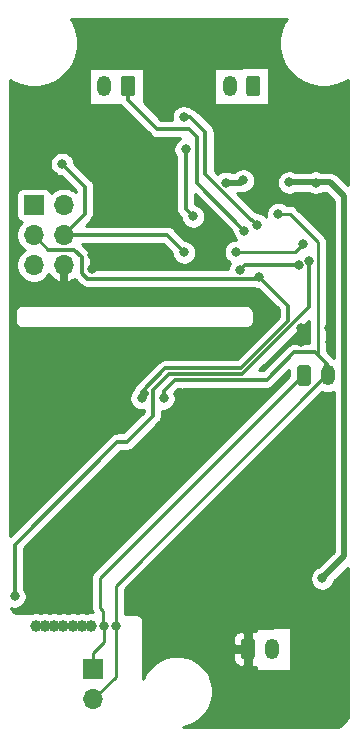
<source format=gbl>
G04 #@! TF.GenerationSoftware,KiCad,Pcbnew,5.1.9+dfsg1-1~bpo10+1*
G04 #@! TF.CreationDate,2022-05-12T13:16:05+00:00*
G04 #@! TF.ProjectId,ModuleV440,4d6f6475-6c65-4563-9434-302e6b696361,rev?*
G04 #@! TF.SameCoordinates,Original*
G04 #@! TF.FileFunction,Copper,L2,Bot*
G04 #@! TF.FilePolarity,Positive*
%FSLAX46Y46*%
G04 Gerber Fmt 4.6, Leading zero omitted, Abs format (unit mm)*
G04 Created by KiCad (PCBNEW 5.1.9+dfsg1-1~bpo10+1) date 2022-05-12 13:16:05*
%MOMM*%
%LPD*%
G01*
G04 APERTURE LIST*
G04 #@! TA.AperFunction,ComponentPad*
%ADD10O,1.200000X1.750000*%
G04 #@! TD*
G04 #@! TA.AperFunction,ComponentPad*
%ADD11O,1.700000X1.700000*%
G04 #@! TD*
G04 #@! TA.AperFunction,ComponentPad*
%ADD12R,1.700000X1.700000*%
G04 #@! TD*
G04 #@! TA.AperFunction,ViaPad*
%ADD13C,1.000000*%
G04 #@! TD*
G04 #@! TA.AperFunction,ViaPad*
%ADD14C,0.800000*%
G04 #@! TD*
G04 #@! TA.AperFunction,Conductor*
%ADD15C,0.500000*%
G04 #@! TD*
G04 #@! TA.AperFunction,Conductor*
%ADD16C,0.300000*%
G04 #@! TD*
G04 #@! TA.AperFunction,Conductor*
%ADD17C,0.250000*%
G04 #@! TD*
G04 #@! TA.AperFunction,Conductor*
%ADD18C,0.254000*%
G04 #@! TD*
G04 #@! TA.AperFunction,Conductor*
%ADD19C,0.100000*%
G04 #@! TD*
G04 APERTURE END LIST*
D10*
X121217600Y-54387600D03*
G04 #@! TA.AperFunction,ComponentPad*
G36*
G01*
X123817600Y-53762599D02*
X123817600Y-55012601D01*
G75*
G02*
X123567601Y-55262600I-249999J0D01*
G01*
X122867599Y-55262600D01*
G75*
G02*
X122617600Y-55012601I0J249999D01*
G01*
X122617600Y-53762599D01*
G75*
G02*
X122867599Y-53512600I249999J0D01*
G01*
X123567601Y-53512600D01*
G75*
G02*
X123817600Y-53762599I0J-249999D01*
G01*
G37*
G04 #@! TD.AperFunction*
X110617600Y-54387600D03*
G04 #@! TA.AperFunction,ComponentPad*
G36*
G01*
X113217600Y-53762599D02*
X113217600Y-55012601D01*
G75*
G02*
X112967601Y-55262600I-249999J0D01*
G01*
X112267599Y-55262600D01*
G75*
G02*
X112017600Y-55012601I0J249999D01*
G01*
X112017600Y-53762599D01*
G75*
G02*
X112267599Y-53512600I249999J0D01*
G01*
X112967601Y-53512600D01*
G75*
G02*
X113217600Y-53762599I0J-249999D01*
G01*
G37*
G04 #@! TD.AperFunction*
D11*
X109667600Y-106302600D03*
D12*
X109667600Y-103762600D03*
D10*
X124767600Y-102037600D03*
G04 #@! TA.AperFunction,ComponentPad*
G36*
G01*
X122167600Y-102662601D02*
X122167600Y-101412599D01*
G75*
G02*
X122417599Y-101162600I249999J0D01*
G01*
X123117601Y-101162600D01*
G75*
G02*
X123367600Y-101412599I0J-249999D01*
G01*
X123367600Y-102662601D01*
G75*
G02*
X123117601Y-102912600I-249999J0D01*
G01*
X122417599Y-102912600D01*
G75*
G02*
X122167600Y-102662601I0J249999D01*
G01*
G37*
G04 #@! TD.AperFunction*
X129517600Y-78887600D03*
G04 #@! TA.AperFunction,ComponentPad*
G36*
G01*
X126917600Y-79512601D02*
X126917600Y-78262599D01*
G75*
G02*
X127167599Y-78012600I249999J0D01*
G01*
X127867601Y-78012600D01*
G75*
G02*
X128117600Y-78262599I0J-249999D01*
G01*
X128117600Y-79512601D01*
G75*
G02*
X127867601Y-79762600I-249999J0D01*
G01*
X127167599Y-79762600D01*
G75*
G02*
X126917600Y-79512601I0J249999D01*
G01*
G37*
G04 #@! TD.AperFunction*
D12*
X104642600Y-64462600D03*
D11*
X107182600Y-64462600D03*
X104642600Y-67002600D03*
X107182600Y-67002600D03*
X104642600Y-69542600D03*
X107182600Y-69542600D03*
D13*
X104810933Y-100087600D03*
X105592044Y-100087600D03*
X106373155Y-100087600D03*
X107154266Y-100087600D03*
X107935377Y-100087600D03*
X108717600Y-100087600D03*
X109517600Y-100087600D03*
D14*
X126417600Y-54187600D03*
X111647600Y-59327600D03*
X112897600Y-59327600D03*
X107192600Y-55612600D03*
X110472600Y-59327600D03*
X113167600Y-49912600D03*
X117467600Y-97692600D03*
X117467600Y-96712600D03*
X123907600Y-73827600D03*
X127287600Y-76017600D03*
X129657600Y-74827600D03*
X128092600Y-89787600D03*
X128077600Y-90797600D03*
X129117600Y-89787600D03*
X108007600Y-93332600D03*
X109107600Y-93332600D03*
X110207600Y-93332600D03*
X111357600Y-93332600D03*
X117467600Y-95732600D03*
X118792600Y-96712600D03*
X118792600Y-97692600D03*
X118792600Y-95732600D03*
X111567600Y-62762600D03*
X112817600Y-62762600D03*
X110392600Y-62762600D03*
X109527600Y-69852600D03*
X109527600Y-68727600D03*
X125592600Y-56987600D03*
X111342600Y-49912600D03*
X109517600Y-49912600D03*
X107187600Y-56527600D03*
X123397600Y-64067600D03*
X105162600Y-62022600D03*
X106337600Y-62022600D03*
X129517600Y-66357600D03*
X128927600Y-61337600D03*
X130377600Y-61337600D03*
X129687600Y-76017600D03*
X127267600Y-74827600D03*
X115947600Y-69647600D03*
X110787600Y-65707600D03*
X109857600Y-65687600D03*
X124977600Y-73817600D03*
X102967600Y-72537600D03*
X117467600Y-94712600D03*
X118792600Y-94712600D03*
X117467600Y-93562600D03*
X118792600Y-93562600D03*
X129067600Y-96062600D03*
X128507600Y-62567600D03*
X126257600Y-62537600D03*
X120917588Y-62577600D03*
X122377600Y-62377600D03*
X122477600Y-66617600D03*
X127117600Y-69557600D03*
X122117600Y-69987590D03*
X123517600Y-66107600D03*
X117337600Y-57027600D03*
X121747600Y-68427600D03*
X127462850Y-67717459D03*
X117487600Y-59742600D03*
X118137600Y-65427600D03*
X117377600Y-68467600D03*
X107047600Y-60997600D03*
X103017600Y-97597600D03*
X127979739Y-69158553D03*
X125342600Y-65197600D03*
X115630100Y-80837586D03*
X111562588Y-100107600D03*
X123737600Y-70537600D03*
X113773366Y-80805866D03*
X110567600Y-100097600D03*
D15*
X126217600Y-62577600D02*
X126257600Y-62537600D01*
X130917600Y-94212600D02*
X130917600Y-63717600D01*
X130917600Y-63717600D02*
X129737600Y-62537600D01*
X129737600Y-62537600D02*
X126257600Y-62537600D01*
X129067600Y-96062600D02*
X130917600Y-94212600D01*
X120917588Y-62577600D02*
X122177600Y-62577600D01*
X122177600Y-62577600D02*
X122377600Y-62377600D01*
D16*
X118447600Y-62587600D02*
X122477600Y-66617600D01*
X112617600Y-55537600D02*
X115107600Y-58027600D01*
X112617600Y-54387600D02*
X112617600Y-55537600D01*
X115107600Y-58027600D02*
X117757600Y-58027600D01*
X117757600Y-58027600D02*
X118447600Y-58717600D01*
X118447600Y-58717600D02*
X118447600Y-62587600D01*
X127117600Y-69557600D02*
X122547590Y-69557600D01*
X122547590Y-69557600D02*
X122117600Y-69987590D01*
X123517600Y-66107600D02*
X123117601Y-65707601D01*
X117904011Y-57027600D02*
X117337600Y-57027600D01*
X119167599Y-58291188D02*
X117904011Y-57027600D01*
X119167599Y-61863615D02*
X119167599Y-58291188D01*
X123117601Y-65707601D02*
X123011585Y-65707601D01*
X123011585Y-65707601D02*
X119167599Y-61863615D01*
D17*
X126752709Y-68427600D02*
X127462850Y-67717459D01*
X121747600Y-68427600D02*
X126752709Y-68427600D01*
D16*
X117487600Y-64777600D02*
X118137600Y-65427600D01*
X117487600Y-59742600D02*
X117487600Y-64777600D01*
X107182600Y-67002600D02*
X115912600Y-67002600D01*
X115912600Y-67002600D02*
X117377600Y-68467600D01*
X108987600Y-62937600D02*
X107047600Y-60997600D01*
X107182600Y-67002600D02*
X108987600Y-65197600D01*
X108987600Y-65197600D02*
X108987600Y-62937600D01*
X114717600Y-80887600D02*
X114717600Y-80137600D01*
X127979739Y-69724238D02*
X127979739Y-69158553D01*
X122304022Y-78787589D02*
X127979739Y-73111872D01*
X114717600Y-80137600D02*
X116067611Y-78787589D01*
X127979739Y-73111872D02*
X127979739Y-69724238D01*
X116067611Y-78787589D02*
X122304022Y-78787589D01*
X112503604Y-84501596D02*
X114717600Y-82287600D01*
X114717600Y-82287600D02*
X114717600Y-80887600D01*
X111717600Y-84501596D02*
X112503604Y-84501596D01*
X103017600Y-97597600D02*
X103017600Y-93201596D01*
X103017600Y-93201596D02*
X111717600Y-84501596D01*
X129367600Y-77857600D02*
X129367600Y-78887600D01*
X126657600Y-76937600D02*
X128447600Y-76937600D01*
X128447600Y-76937600D02*
X129367600Y-77857600D01*
D17*
X128697600Y-67577600D02*
X126317600Y-65197600D01*
X128697600Y-77167600D02*
X128697600Y-67577600D01*
X126317600Y-65197600D02*
X125342600Y-65197600D01*
X129517600Y-78887600D02*
X129517600Y-77987600D01*
X129517600Y-77987600D02*
X128697600Y-77167600D01*
D16*
X117217600Y-79237600D02*
X117167600Y-79287600D01*
X126647600Y-76937600D02*
X124347600Y-79237600D01*
X124347600Y-79237600D02*
X117217600Y-79237600D01*
X117230086Y-79237600D02*
X116567600Y-79237600D01*
X115630100Y-80175100D02*
X115630100Y-80837586D01*
X116567600Y-79237600D02*
X115630100Y-80175100D01*
D17*
X129517600Y-78887600D02*
X129367600Y-78887600D01*
X109667600Y-106302600D02*
X111562588Y-104407612D01*
X111562588Y-99541915D02*
X111562588Y-100107600D01*
X111562588Y-104407612D02*
X111562588Y-100107600D01*
X129367600Y-78887600D02*
X111562588Y-96692612D01*
X111562588Y-96692612D02*
X111562588Y-99541915D01*
D16*
X114117414Y-80311817D02*
X114205091Y-80399494D01*
X114205091Y-80437593D02*
X113836818Y-80805866D01*
X113836818Y-80805866D02*
X113773366Y-80805866D01*
X113805100Y-80837600D02*
X113805100Y-80413689D01*
X126177600Y-72977600D02*
X124137599Y-70937599D01*
X113773366Y-80281834D02*
X115767600Y-78287600D01*
X124137599Y-70937599D02*
X123737600Y-70537600D01*
X126177600Y-74277600D02*
X126177600Y-72977600D01*
X113773366Y-80805866D02*
X113773366Y-80281834D01*
X122167600Y-78287600D02*
X126177600Y-74277600D01*
X115767600Y-78287600D02*
X122167600Y-78287600D01*
X104642600Y-67002600D02*
X105282600Y-67002600D01*
D17*
X105877600Y-68237600D02*
X104642600Y-67002600D01*
X105917600Y-68237600D02*
X105877600Y-68237600D01*
D16*
X123587600Y-70687600D02*
X123737600Y-70537600D01*
X108717600Y-70237600D02*
X109167600Y-70687600D01*
X108073601Y-68237600D02*
X108717600Y-68881599D01*
X105917600Y-68237600D02*
X108073601Y-68237600D01*
X108717600Y-68881599D02*
X108717600Y-70237600D01*
X109167600Y-70687600D02*
X123587600Y-70687600D01*
D17*
X109667600Y-102362600D02*
X109667600Y-103762600D01*
X110567600Y-101462600D02*
X109667600Y-102362600D01*
X110567600Y-100097600D02*
X110567600Y-101462600D01*
X110542600Y-98812600D02*
X110542600Y-100072600D01*
X110267607Y-98537607D02*
X110542600Y-98812600D01*
X110267607Y-96037593D02*
X110267607Y-98537607D01*
X127367600Y-78937600D02*
X110267607Y-96037593D01*
X110542600Y-100072600D02*
X110567600Y-100097600D01*
X127367600Y-78887600D02*
X127367600Y-78937600D01*
D18*
X130032600Y-93846021D02*
X128822557Y-95056065D01*
X128765702Y-95067374D01*
X128577344Y-95145395D01*
X128407826Y-95258663D01*
X128263663Y-95402826D01*
X128150395Y-95572344D01*
X128072374Y-95760702D01*
X128032600Y-95960661D01*
X128032600Y-96164539D01*
X128072374Y-96364498D01*
X128150395Y-96552856D01*
X128263663Y-96722374D01*
X128407826Y-96866537D01*
X128577344Y-96979805D01*
X128765702Y-97057826D01*
X128965661Y-97097600D01*
X129169539Y-97097600D01*
X129369498Y-97057826D01*
X129557856Y-96979805D01*
X129727374Y-96866537D01*
X129871537Y-96722374D01*
X129984805Y-96552856D01*
X130062826Y-96364498D01*
X130074135Y-96307643D01*
X131213029Y-95168750D01*
X131207616Y-107802710D01*
X131189214Y-107990384D01*
X131182317Y-108013228D01*
X130592568Y-108602928D01*
X130575767Y-108608129D01*
X130390508Y-108627600D01*
X117241744Y-108627600D01*
X117640543Y-108548274D01*
X118191422Y-108320092D01*
X118687200Y-107988824D01*
X119108824Y-107567200D01*
X119440092Y-107071422D01*
X119668274Y-106520543D01*
X119784600Y-105935733D01*
X119784600Y-105339467D01*
X119668274Y-104754657D01*
X119440092Y-104203778D01*
X119108824Y-103708000D01*
X118687200Y-103286376D01*
X118191422Y-102955108D01*
X118088799Y-102912600D01*
X121529528Y-102912600D01*
X121541788Y-103037082D01*
X121578098Y-103156780D01*
X121637063Y-103267094D01*
X121716415Y-103363785D01*
X121813106Y-103443137D01*
X121923420Y-103502102D01*
X122043118Y-103538412D01*
X122167600Y-103550672D01*
X122385850Y-103547600D01*
X122544600Y-103388850D01*
X122544600Y-102260600D01*
X121691350Y-102260600D01*
X121532600Y-102419350D01*
X121529528Y-102912600D01*
X118088799Y-102912600D01*
X117640543Y-102726926D01*
X117055733Y-102610600D01*
X116459467Y-102610600D01*
X115874657Y-102726926D01*
X115323778Y-102955108D01*
X114828000Y-103286376D01*
X114406376Y-103708000D01*
X114075108Y-104203778D01*
X113902600Y-104620248D01*
X113902600Y-101162600D01*
X121529528Y-101162600D01*
X121532600Y-101655850D01*
X121691350Y-101814600D01*
X122544600Y-101814600D01*
X122544600Y-100686350D01*
X122990600Y-100686350D01*
X122990600Y-101814600D01*
X123010600Y-101814600D01*
X123010600Y-102260600D01*
X122990600Y-102260600D01*
X122990600Y-103388850D01*
X123149350Y-103547600D01*
X123367600Y-103550672D01*
X123489231Y-103538693D01*
X123490924Y-103788984D01*
X123493395Y-103813071D01*
X123500655Y-103836886D01*
X123512421Y-103858826D01*
X123528241Y-103878050D01*
X123547508Y-103893818D01*
X123569480Y-103905524D01*
X123593314Y-103912718D01*
X123618094Y-103915125D01*
X126294080Y-103911475D01*
X126319586Y-103908852D01*
X126343358Y-103901452D01*
X126365228Y-103889557D01*
X126384359Y-103873624D01*
X126400013Y-103854265D01*
X126411589Y-103832224D01*
X126418643Y-103808347D01*
X126420904Y-103783554D01*
X126395904Y-100336679D01*
X126393019Y-100310669D01*
X126385380Y-100286973D01*
X126373265Y-100265223D01*
X126357140Y-100246255D01*
X126337624Y-100230796D01*
X126315467Y-100219443D01*
X126291521Y-100212630D01*
X126266706Y-100210619D01*
X123592692Y-100256967D01*
X123569275Y-100259559D01*
X123545500Y-100266947D01*
X123523623Y-100278831D01*
X123504485Y-100294755D01*
X123488821Y-100314107D01*
X123477234Y-100336142D01*
X123470169Y-100360015D01*
X123467896Y-100384807D01*
X123468909Y-100534506D01*
X123367600Y-100524528D01*
X123149350Y-100527600D01*
X122990600Y-100686350D01*
X122544600Y-100686350D01*
X122385850Y-100527600D01*
X122167600Y-100524528D01*
X122043118Y-100536788D01*
X121923420Y-100573098D01*
X121813106Y-100632063D01*
X121716415Y-100711415D01*
X121637063Y-100808106D01*
X121578098Y-100918420D01*
X121541788Y-101038118D01*
X121529528Y-101162600D01*
X113902600Y-101162600D01*
X113902600Y-99792477D01*
X113906035Y-99757600D01*
X113892327Y-99618416D01*
X113851728Y-99484580D01*
X113785800Y-99361237D01*
X113697075Y-99253125D01*
X113588963Y-99164400D01*
X113465620Y-99098472D01*
X113331784Y-99057873D01*
X113227477Y-99047600D01*
X113192600Y-99044165D01*
X113157723Y-99047600D01*
X112325523Y-99047600D01*
X112322588Y-99045184D01*
X112322588Y-97007413D01*
X129028488Y-80301515D01*
X129042700Y-80309111D01*
X129275499Y-80379730D01*
X129517600Y-80403575D01*
X129759702Y-80379730D01*
X129992501Y-80309111D01*
X130032600Y-80287677D01*
X130032600Y-93846021D01*
G04 #@! TA.AperFunction,Conductor*
D19*
G36*
X130032600Y-93846021D02*
G01*
X128822557Y-95056065D01*
X128765702Y-95067374D01*
X128577344Y-95145395D01*
X128407826Y-95258663D01*
X128263663Y-95402826D01*
X128150395Y-95572344D01*
X128072374Y-95760702D01*
X128032600Y-95960661D01*
X128032600Y-96164539D01*
X128072374Y-96364498D01*
X128150395Y-96552856D01*
X128263663Y-96722374D01*
X128407826Y-96866537D01*
X128577344Y-96979805D01*
X128765702Y-97057826D01*
X128965661Y-97097600D01*
X129169539Y-97097600D01*
X129369498Y-97057826D01*
X129557856Y-96979805D01*
X129727374Y-96866537D01*
X129871537Y-96722374D01*
X129984805Y-96552856D01*
X130062826Y-96364498D01*
X130074135Y-96307643D01*
X131213029Y-95168750D01*
X131207616Y-107802710D01*
X131189214Y-107990384D01*
X131182317Y-108013228D01*
X130592568Y-108602928D01*
X130575767Y-108608129D01*
X130390508Y-108627600D01*
X117241744Y-108627600D01*
X117640543Y-108548274D01*
X118191422Y-108320092D01*
X118687200Y-107988824D01*
X119108824Y-107567200D01*
X119440092Y-107071422D01*
X119668274Y-106520543D01*
X119784600Y-105935733D01*
X119784600Y-105339467D01*
X119668274Y-104754657D01*
X119440092Y-104203778D01*
X119108824Y-103708000D01*
X118687200Y-103286376D01*
X118191422Y-102955108D01*
X118088799Y-102912600D01*
X121529528Y-102912600D01*
X121541788Y-103037082D01*
X121578098Y-103156780D01*
X121637063Y-103267094D01*
X121716415Y-103363785D01*
X121813106Y-103443137D01*
X121923420Y-103502102D01*
X122043118Y-103538412D01*
X122167600Y-103550672D01*
X122385850Y-103547600D01*
X122544600Y-103388850D01*
X122544600Y-102260600D01*
X121691350Y-102260600D01*
X121532600Y-102419350D01*
X121529528Y-102912600D01*
X118088799Y-102912600D01*
X117640543Y-102726926D01*
X117055733Y-102610600D01*
X116459467Y-102610600D01*
X115874657Y-102726926D01*
X115323778Y-102955108D01*
X114828000Y-103286376D01*
X114406376Y-103708000D01*
X114075108Y-104203778D01*
X113902600Y-104620248D01*
X113902600Y-101162600D01*
X121529528Y-101162600D01*
X121532600Y-101655850D01*
X121691350Y-101814600D01*
X122544600Y-101814600D01*
X122544600Y-100686350D01*
X122990600Y-100686350D01*
X122990600Y-101814600D01*
X123010600Y-101814600D01*
X123010600Y-102260600D01*
X122990600Y-102260600D01*
X122990600Y-103388850D01*
X123149350Y-103547600D01*
X123367600Y-103550672D01*
X123489231Y-103538693D01*
X123490924Y-103788984D01*
X123493395Y-103813071D01*
X123500655Y-103836886D01*
X123512421Y-103858826D01*
X123528241Y-103878050D01*
X123547508Y-103893818D01*
X123569480Y-103905524D01*
X123593314Y-103912718D01*
X123618094Y-103915125D01*
X126294080Y-103911475D01*
X126319586Y-103908852D01*
X126343358Y-103901452D01*
X126365228Y-103889557D01*
X126384359Y-103873624D01*
X126400013Y-103854265D01*
X126411589Y-103832224D01*
X126418643Y-103808347D01*
X126420904Y-103783554D01*
X126395904Y-100336679D01*
X126393019Y-100310669D01*
X126385380Y-100286973D01*
X126373265Y-100265223D01*
X126357140Y-100246255D01*
X126337624Y-100230796D01*
X126315467Y-100219443D01*
X126291521Y-100212630D01*
X126266706Y-100210619D01*
X123592692Y-100256967D01*
X123569275Y-100259559D01*
X123545500Y-100266947D01*
X123523623Y-100278831D01*
X123504485Y-100294755D01*
X123488821Y-100314107D01*
X123477234Y-100336142D01*
X123470169Y-100360015D01*
X123467896Y-100384807D01*
X123468909Y-100534506D01*
X123367600Y-100524528D01*
X123149350Y-100527600D01*
X122990600Y-100686350D01*
X122544600Y-100686350D01*
X122385850Y-100527600D01*
X122167600Y-100524528D01*
X122043118Y-100536788D01*
X121923420Y-100573098D01*
X121813106Y-100632063D01*
X121716415Y-100711415D01*
X121637063Y-100808106D01*
X121578098Y-100918420D01*
X121541788Y-101038118D01*
X121529528Y-101162600D01*
X113902600Y-101162600D01*
X113902600Y-99792477D01*
X113906035Y-99757600D01*
X113892327Y-99618416D01*
X113851728Y-99484580D01*
X113785800Y-99361237D01*
X113697075Y-99253125D01*
X113588963Y-99164400D01*
X113465620Y-99098472D01*
X113331784Y-99057873D01*
X113227477Y-99047600D01*
X113192600Y-99044165D01*
X113157723Y-99047600D01*
X112325523Y-99047600D01*
X112322588Y-99045184D01*
X112322588Y-97007413D01*
X129028488Y-80301515D01*
X129042700Y-80309111D01*
X129275499Y-80379730D01*
X129517600Y-80403575D01*
X129759702Y-80379730D01*
X129992501Y-80309111D01*
X130032600Y-80287677D01*
X130032600Y-93846021D01*
G37*
G04 #@! TD.AperFunction*
D18*
X126279528Y-78950870D02*
X109756610Y-95473789D01*
X109727606Y-95497592D01*
X109672478Y-95564767D01*
X109632633Y-95613317D01*
X109574387Y-95722287D01*
X109562061Y-95745347D01*
X109518604Y-95888608D01*
X109507607Y-96000261D01*
X109507607Y-96000271D01*
X109503931Y-96037593D01*
X109507607Y-96074916D01*
X109507608Y-98500275D01*
X109503931Y-98537607D01*
X109507608Y-98574940D01*
X109516865Y-98668921D01*
X109518605Y-98686592D01*
X109562061Y-98829853D01*
X109627671Y-98952600D01*
X109405812Y-98952600D01*
X109186533Y-98996217D01*
X109144495Y-99013630D01*
X109090517Y-99013552D01*
X109048667Y-98996217D01*
X108829388Y-98952600D01*
X108605812Y-98952600D01*
X108386533Y-98996217D01*
X108347269Y-99012481D01*
X108305562Y-99012420D01*
X108266444Y-98996217D01*
X108047165Y-98952600D01*
X107823589Y-98952600D01*
X107604310Y-98996217D01*
X107567759Y-99011357D01*
X107521723Y-99011290D01*
X107485333Y-98996217D01*
X107266054Y-98952600D01*
X107042478Y-98952600D01*
X106823199Y-98996217D01*
X106789357Y-99010235D01*
X106737884Y-99010160D01*
X106704222Y-98996217D01*
X106484943Y-98952600D01*
X106261367Y-98952600D01*
X106042088Y-98996217D01*
X106010956Y-99009113D01*
X105954045Y-99009030D01*
X105923111Y-98996217D01*
X105703832Y-98952600D01*
X105480256Y-98952600D01*
X105260977Y-98996217D01*
X105232554Y-99007990D01*
X105170206Y-99007900D01*
X105142000Y-98996217D01*
X104922721Y-98952600D01*
X104699145Y-98952600D01*
X104479866Y-98996217D01*
X104454152Y-99006868D01*
X103100375Y-99004917D01*
X103002303Y-98952771D01*
X102883342Y-98855748D01*
X102785482Y-98737456D01*
X102712468Y-98602419D01*
X102708585Y-98589878D01*
X102715702Y-98592826D01*
X102915661Y-98632600D01*
X103119539Y-98632600D01*
X103319498Y-98592826D01*
X103507856Y-98514805D01*
X103677374Y-98401537D01*
X103821537Y-98257374D01*
X103934805Y-98087856D01*
X104012826Y-97899498D01*
X104052600Y-97699539D01*
X104052600Y-97495661D01*
X104012826Y-97295702D01*
X103934805Y-97107344D01*
X103821537Y-96937826D01*
X103802600Y-96918889D01*
X103802600Y-93526753D01*
X112042758Y-85286596D01*
X112465051Y-85286596D01*
X112503604Y-85290393D01*
X112542157Y-85286596D01*
X112542165Y-85286596D01*
X112657491Y-85275237D01*
X112805464Y-85230350D01*
X112941837Y-85157458D01*
X113061368Y-85059360D01*
X113085951Y-85029406D01*
X115245417Y-82869941D01*
X115275364Y-82845364D01*
X115373462Y-82725833D01*
X115446354Y-82589460D01*
X115491241Y-82441487D01*
X115502600Y-82326161D01*
X115502600Y-82326154D01*
X115506397Y-82287601D01*
X115502600Y-82249048D01*
X115502600Y-81867502D01*
X115528161Y-81872586D01*
X115732039Y-81872586D01*
X115931998Y-81832812D01*
X116120356Y-81754791D01*
X116289874Y-81641523D01*
X116434037Y-81497360D01*
X116547305Y-81327842D01*
X116625326Y-81139484D01*
X116665100Y-80939525D01*
X116665100Y-80735647D01*
X116625326Y-80535688D01*
X116553374Y-80361983D01*
X116891262Y-80024096D01*
X117013714Y-80061241D01*
X117167600Y-80076397D01*
X117321486Y-80061241D01*
X117448869Y-80022600D01*
X124309047Y-80022600D01*
X124347600Y-80026397D01*
X124386153Y-80022600D01*
X124386161Y-80022600D01*
X124501487Y-80011241D01*
X124649460Y-79966354D01*
X124785833Y-79893462D01*
X124905364Y-79795364D01*
X124929947Y-79765410D01*
X126279528Y-78415830D01*
X126279528Y-78950870D01*
G04 #@! TA.AperFunction,Conductor*
D19*
G36*
X126279528Y-78950870D02*
G01*
X109756610Y-95473789D01*
X109727606Y-95497592D01*
X109672478Y-95564767D01*
X109632633Y-95613317D01*
X109574387Y-95722287D01*
X109562061Y-95745347D01*
X109518604Y-95888608D01*
X109507607Y-96000261D01*
X109507607Y-96000271D01*
X109503931Y-96037593D01*
X109507607Y-96074916D01*
X109507608Y-98500275D01*
X109503931Y-98537607D01*
X109507608Y-98574940D01*
X109516865Y-98668921D01*
X109518605Y-98686592D01*
X109562061Y-98829853D01*
X109627671Y-98952600D01*
X109405812Y-98952600D01*
X109186533Y-98996217D01*
X109144495Y-99013630D01*
X109090517Y-99013552D01*
X109048667Y-98996217D01*
X108829388Y-98952600D01*
X108605812Y-98952600D01*
X108386533Y-98996217D01*
X108347269Y-99012481D01*
X108305562Y-99012420D01*
X108266444Y-98996217D01*
X108047165Y-98952600D01*
X107823589Y-98952600D01*
X107604310Y-98996217D01*
X107567759Y-99011357D01*
X107521723Y-99011290D01*
X107485333Y-98996217D01*
X107266054Y-98952600D01*
X107042478Y-98952600D01*
X106823199Y-98996217D01*
X106789357Y-99010235D01*
X106737884Y-99010160D01*
X106704222Y-98996217D01*
X106484943Y-98952600D01*
X106261367Y-98952600D01*
X106042088Y-98996217D01*
X106010956Y-99009113D01*
X105954045Y-99009030D01*
X105923111Y-98996217D01*
X105703832Y-98952600D01*
X105480256Y-98952600D01*
X105260977Y-98996217D01*
X105232554Y-99007990D01*
X105170206Y-99007900D01*
X105142000Y-98996217D01*
X104922721Y-98952600D01*
X104699145Y-98952600D01*
X104479866Y-98996217D01*
X104454152Y-99006868D01*
X103100375Y-99004917D01*
X103002303Y-98952771D01*
X102883342Y-98855748D01*
X102785482Y-98737456D01*
X102712468Y-98602419D01*
X102708585Y-98589878D01*
X102715702Y-98592826D01*
X102915661Y-98632600D01*
X103119539Y-98632600D01*
X103319498Y-98592826D01*
X103507856Y-98514805D01*
X103677374Y-98401537D01*
X103821537Y-98257374D01*
X103934805Y-98087856D01*
X104012826Y-97899498D01*
X104052600Y-97699539D01*
X104052600Y-97495661D01*
X104012826Y-97295702D01*
X103934805Y-97107344D01*
X103821537Y-96937826D01*
X103802600Y-96918889D01*
X103802600Y-93526753D01*
X112042758Y-85286596D01*
X112465051Y-85286596D01*
X112503604Y-85290393D01*
X112542157Y-85286596D01*
X112542165Y-85286596D01*
X112657491Y-85275237D01*
X112805464Y-85230350D01*
X112941837Y-85157458D01*
X113061368Y-85059360D01*
X113085951Y-85029406D01*
X115245417Y-82869941D01*
X115275364Y-82845364D01*
X115373462Y-82725833D01*
X115446354Y-82589460D01*
X115491241Y-82441487D01*
X115502600Y-82326161D01*
X115502600Y-82326154D01*
X115506397Y-82287601D01*
X115502600Y-82249048D01*
X115502600Y-81867502D01*
X115528161Y-81872586D01*
X115732039Y-81872586D01*
X115931998Y-81832812D01*
X116120356Y-81754791D01*
X116289874Y-81641523D01*
X116434037Y-81497360D01*
X116547305Y-81327842D01*
X116625326Y-81139484D01*
X116665100Y-80939525D01*
X116665100Y-80735647D01*
X116625326Y-80535688D01*
X116553374Y-80361983D01*
X116891262Y-80024096D01*
X117013714Y-80061241D01*
X117167600Y-80076397D01*
X117321486Y-80061241D01*
X117448869Y-80022600D01*
X124309047Y-80022600D01*
X124347600Y-80026397D01*
X124386153Y-80022600D01*
X124386161Y-80022600D01*
X124501487Y-80011241D01*
X124649460Y-79966354D01*
X124785833Y-79893462D01*
X124905364Y-79795364D01*
X124929947Y-79765410D01*
X126279528Y-78415830D01*
X126279528Y-78950870D01*
G37*
G04 #@! TD.AperFunction*
D18*
X125864776Y-48972204D02*
X125583827Y-49650474D01*
X125440600Y-50370523D01*
X125440600Y-51104677D01*
X125583827Y-51824726D01*
X125864776Y-52502996D01*
X126272650Y-53113424D01*
X126791776Y-53632550D01*
X127402204Y-54040424D01*
X128080474Y-54321373D01*
X128800523Y-54464600D01*
X129534677Y-54464600D01*
X130254726Y-54321373D01*
X130932996Y-54040424D01*
X131230736Y-53841481D01*
X131226908Y-62775329D01*
X130394134Y-61942556D01*
X130366417Y-61908783D01*
X130231659Y-61798189D01*
X130077913Y-61716011D01*
X129911090Y-61665405D01*
X129781077Y-61652600D01*
X129781069Y-61652600D01*
X129737600Y-61648319D01*
X129694131Y-61652600D01*
X129001156Y-61652600D01*
X128997856Y-61650395D01*
X128809498Y-61572374D01*
X128609539Y-61532600D01*
X128405661Y-61532600D01*
X128205702Y-61572374D01*
X128017344Y-61650395D01*
X128014044Y-61652600D01*
X126796054Y-61652600D01*
X126747856Y-61620395D01*
X126559498Y-61542374D01*
X126359539Y-61502600D01*
X126155661Y-61502600D01*
X125955702Y-61542374D01*
X125767344Y-61620395D01*
X125597826Y-61733663D01*
X125453663Y-61877826D01*
X125340395Y-62047344D01*
X125262374Y-62235702D01*
X125222600Y-62435661D01*
X125222600Y-62639539D01*
X125262374Y-62839498D01*
X125340395Y-63027856D01*
X125453663Y-63197374D01*
X125597826Y-63341537D01*
X125767344Y-63454805D01*
X125955702Y-63532826D01*
X126155661Y-63572600D01*
X126359539Y-63572600D01*
X126559498Y-63532826D01*
X126747856Y-63454805D01*
X126796054Y-63422600D01*
X127924247Y-63422600D01*
X128017344Y-63484805D01*
X128205702Y-63562826D01*
X128405661Y-63602600D01*
X128609539Y-63602600D01*
X128809498Y-63562826D01*
X128997856Y-63484805D01*
X129090953Y-63422600D01*
X129371022Y-63422600D01*
X130032601Y-64084180D01*
X130032601Y-77427082D01*
X130028602Y-77423801D01*
X130020226Y-77415424D01*
X129925364Y-77299836D01*
X129895417Y-77275259D01*
X129457600Y-76837443D01*
X129457600Y-67614922D01*
X129461276Y-67577599D01*
X129457600Y-67540276D01*
X129457600Y-67540267D01*
X129446603Y-67428614D01*
X129403146Y-67285353D01*
X129332574Y-67153324D01*
X129237601Y-67037599D01*
X129208603Y-67013801D01*
X126881404Y-64686603D01*
X126857601Y-64657599D01*
X126741876Y-64562626D01*
X126609847Y-64492054D01*
X126466586Y-64448597D01*
X126354933Y-64437600D01*
X126354922Y-64437600D01*
X126317600Y-64433924D01*
X126280278Y-64437600D01*
X126046311Y-64437600D01*
X126002374Y-64393663D01*
X125832856Y-64280395D01*
X125644498Y-64202374D01*
X125444539Y-64162600D01*
X125240661Y-64162600D01*
X125040702Y-64202374D01*
X124852344Y-64280395D01*
X124682826Y-64393663D01*
X124538663Y-64537826D01*
X124425395Y-64707344D01*
X124347374Y-64895702D01*
X124307600Y-65095661D01*
X124307600Y-65299539D01*
X124343691Y-65480982D01*
X124321537Y-65447826D01*
X124177374Y-65303663D01*
X124007856Y-65190395D01*
X123819498Y-65112374D01*
X123619539Y-65072600D01*
X123581253Y-65072600D01*
X123555834Y-65051739D01*
X123419461Y-64978847D01*
X123381462Y-64967320D01*
X121876742Y-63462600D01*
X122134131Y-63462600D01*
X122177600Y-63466881D01*
X122221069Y-63462600D01*
X122221077Y-63462600D01*
X122351090Y-63449795D01*
X122473704Y-63412600D01*
X122479539Y-63412600D01*
X122679498Y-63372826D01*
X122867856Y-63294805D01*
X123037374Y-63181537D01*
X123181537Y-63037374D01*
X123294805Y-62867856D01*
X123372826Y-62679498D01*
X123412600Y-62479539D01*
X123412600Y-62275661D01*
X123372826Y-62075702D01*
X123294805Y-61887344D01*
X123181537Y-61717826D01*
X123037374Y-61573663D01*
X122867856Y-61460395D01*
X122679498Y-61382374D01*
X122479539Y-61342600D01*
X122275661Y-61342600D01*
X122075702Y-61382374D01*
X121887344Y-61460395D01*
X121717826Y-61573663D01*
X121598889Y-61692600D01*
X121456042Y-61692600D01*
X121407844Y-61660395D01*
X121219486Y-61582374D01*
X121019527Y-61542600D01*
X120815649Y-61542600D01*
X120615690Y-61582374D01*
X120427332Y-61660395D01*
X120257814Y-61773663D01*
X120222809Y-61808668D01*
X119952599Y-61538458D01*
X119952599Y-58329740D01*
X119956396Y-58291187D01*
X119952599Y-58252634D01*
X119952599Y-58252627D01*
X119941240Y-58137301D01*
X119896353Y-57989328D01*
X119823461Y-57852955D01*
X119725363Y-57733424D01*
X119695414Y-57708846D01*
X118486358Y-56499790D01*
X118461775Y-56469836D01*
X118342244Y-56371738D01*
X118205871Y-56298846D01*
X118057898Y-56253959D01*
X118024367Y-56250656D01*
X117997374Y-56223663D01*
X117827856Y-56110395D01*
X117639498Y-56032374D01*
X117439539Y-55992600D01*
X117235661Y-55992600D01*
X117035702Y-56032374D01*
X116847344Y-56110395D01*
X116677826Y-56223663D01*
X116533663Y-56367826D01*
X116420395Y-56537344D01*
X116342374Y-56725702D01*
X116302600Y-56925661D01*
X116302600Y-57129539D01*
X116325089Y-57242600D01*
X115432757Y-57242600D01*
X114033397Y-55843240D01*
X119894339Y-55843240D01*
X119896901Y-55869177D01*
X119904245Y-55892966D01*
X119916089Y-55914865D01*
X119931977Y-55934032D01*
X119951300Y-55949732D01*
X119973314Y-55961360D01*
X119997173Y-55968470D01*
X120021961Y-55970788D01*
X124441942Y-55949099D01*
X124465554Y-55946767D01*
X124489409Y-55939644D01*
X124511417Y-55928003D01*
X124530730Y-55912293D01*
X124546608Y-55893117D01*
X124558439Y-55871212D01*
X124565770Y-55847419D01*
X124568318Y-55822653D01*
X124580880Y-52933651D01*
X124578337Y-52907807D01*
X124571011Y-52884013D01*
X124559184Y-52862105D01*
X124543311Y-52842925D01*
X124524000Y-52827211D01*
X124501995Y-52815566D01*
X124478141Y-52808438D01*
X124453355Y-52806100D01*
X120033336Y-52824412D01*
X120009625Y-52826745D01*
X119985770Y-52833869D01*
X119963762Y-52845510D01*
X119944449Y-52861220D01*
X119928572Y-52880397D01*
X119916741Y-52902303D01*
X119909411Y-52926095D01*
X119906863Y-52950861D01*
X119894339Y-55843240D01*
X114033397Y-55843240D01*
X113938771Y-55748614D01*
X113950881Y-52963603D01*
X113948222Y-52937194D01*
X113940788Y-52913433D01*
X113928862Y-52891579D01*
X113912901Y-52872472D01*
X113893520Y-52856846D01*
X113871462Y-52845301D01*
X113847576Y-52838281D01*
X113822779Y-52836056D01*
X109432760Y-52874187D01*
X109409626Y-52876516D01*
X109385771Y-52883640D01*
X109363763Y-52895281D01*
X109344450Y-52910991D01*
X109328573Y-52930168D01*
X109316742Y-52952074D01*
X109309412Y-52975866D01*
X109306864Y-53000632D01*
X109294339Y-55893469D01*
X109297020Y-55919982D01*
X109304474Y-55943737D01*
X109316419Y-55965580D01*
X109332396Y-55984674D01*
X109351791Y-56000284D01*
X109373858Y-56011810D01*
X109397751Y-56018809D01*
X109422549Y-56021013D01*
X111978810Y-55996633D01*
X112035255Y-56065412D01*
X112035259Y-56065416D01*
X112059837Y-56095364D01*
X112089785Y-56119942D01*
X114525253Y-58555410D01*
X114549836Y-58585364D01*
X114669367Y-58683462D01*
X114805740Y-58756354D01*
X114953713Y-58801242D01*
X115028626Y-58808620D01*
X115069039Y-58812600D01*
X115069044Y-58812600D01*
X115107600Y-58816397D01*
X115146156Y-58812600D01*
X117028234Y-58812600D01*
X116997344Y-58825395D01*
X116827826Y-58938663D01*
X116683663Y-59082826D01*
X116570395Y-59252344D01*
X116492374Y-59440702D01*
X116452600Y-59640661D01*
X116452600Y-59844539D01*
X116492374Y-60044498D01*
X116570395Y-60232856D01*
X116683663Y-60402374D01*
X116702600Y-60421311D01*
X116702601Y-64739037D01*
X116698803Y-64777600D01*
X116713959Y-64931486D01*
X116758846Y-65079459D01*
X116783584Y-65125740D01*
X116831739Y-65215833D01*
X116848422Y-65236161D01*
X116905255Y-65305412D01*
X116905259Y-65305416D01*
X116929837Y-65335364D01*
X116959785Y-65359942D01*
X117102600Y-65502757D01*
X117102600Y-65529539D01*
X117142374Y-65729498D01*
X117220395Y-65917856D01*
X117333663Y-66087374D01*
X117477826Y-66231537D01*
X117647344Y-66344805D01*
X117835702Y-66422826D01*
X118035661Y-66462600D01*
X118239539Y-66462600D01*
X118439498Y-66422826D01*
X118627856Y-66344805D01*
X118797374Y-66231537D01*
X118941537Y-66087374D01*
X119054805Y-65917856D01*
X119132826Y-65729498D01*
X119172600Y-65529539D01*
X119172600Y-65325661D01*
X119132826Y-65125702D01*
X119054805Y-64937344D01*
X118941537Y-64767826D01*
X118797374Y-64623663D01*
X118627856Y-64510395D01*
X118439498Y-64432374D01*
X118272600Y-64399176D01*
X118272600Y-63522757D01*
X121442600Y-66692757D01*
X121442600Y-66719539D01*
X121482374Y-66919498D01*
X121560395Y-67107856D01*
X121673663Y-67277374D01*
X121788889Y-67392600D01*
X121645661Y-67392600D01*
X121445702Y-67432374D01*
X121257344Y-67510395D01*
X121087826Y-67623663D01*
X120943663Y-67767826D01*
X120830395Y-67937344D01*
X120752374Y-68125702D01*
X120712600Y-68325661D01*
X120712600Y-68529539D01*
X120752374Y-68729498D01*
X120830395Y-68917856D01*
X120943663Y-69087374D01*
X121087826Y-69231537D01*
X121257344Y-69344805D01*
X121292564Y-69359394D01*
X121200395Y-69497334D01*
X121122374Y-69685692D01*
X121082600Y-69885651D01*
X121082600Y-69902600D01*
X109502600Y-69902600D01*
X109502600Y-68920151D01*
X109506397Y-68881598D01*
X109502600Y-68843045D01*
X109502600Y-68843038D01*
X109491241Y-68727712D01*
X109475504Y-68675832D01*
X109446354Y-68579739D01*
X109437072Y-68562374D01*
X109373462Y-68443366D01*
X109313050Y-68369755D01*
X109299945Y-68353786D01*
X109299942Y-68353783D01*
X109275364Y-68323835D01*
X109245416Y-68299258D01*
X108733758Y-67787600D01*
X115587443Y-67787600D01*
X116342600Y-68542757D01*
X116342600Y-68569539D01*
X116382374Y-68769498D01*
X116460395Y-68957856D01*
X116573663Y-69127374D01*
X116717826Y-69271537D01*
X116887344Y-69384805D01*
X117075702Y-69462826D01*
X117275661Y-69502600D01*
X117479539Y-69502600D01*
X117679498Y-69462826D01*
X117867856Y-69384805D01*
X118037374Y-69271537D01*
X118181537Y-69127374D01*
X118294805Y-68957856D01*
X118372826Y-68769498D01*
X118412600Y-68569539D01*
X118412600Y-68365661D01*
X118372826Y-68165702D01*
X118294805Y-67977344D01*
X118181537Y-67807826D01*
X118037374Y-67663663D01*
X117867856Y-67550395D01*
X117679498Y-67472374D01*
X117479539Y-67432600D01*
X117452757Y-67432600D01*
X116494945Y-66474788D01*
X116470364Y-66444836D01*
X116350833Y-66346738D01*
X116214460Y-66273846D01*
X116066487Y-66228959D01*
X115951161Y-66217600D01*
X115951153Y-66217600D01*
X115912600Y-66213803D01*
X115874047Y-66217600D01*
X109077758Y-66217600D01*
X109515417Y-65779941D01*
X109545364Y-65755364D01*
X109643462Y-65635833D01*
X109716354Y-65499460D01*
X109761241Y-65351487D01*
X109772600Y-65236161D01*
X109772600Y-65236154D01*
X109776397Y-65197601D01*
X109772600Y-65159048D01*
X109772600Y-62976152D01*
X109776397Y-62937599D01*
X109772600Y-62899046D01*
X109772600Y-62899039D01*
X109761241Y-62783713D01*
X109716354Y-62635740D01*
X109643462Y-62499367D01*
X109545364Y-62379836D01*
X109515416Y-62355258D01*
X108082600Y-60922443D01*
X108082600Y-60895661D01*
X108042826Y-60695702D01*
X107964805Y-60507344D01*
X107851537Y-60337826D01*
X107707374Y-60193663D01*
X107537856Y-60080395D01*
X107349498Y-60002374D01*
X107149539Y-59962600D01*
X106945661Y-59962600D01*
X106745702Y-60002374D01*
X106557344Y-60080395D01*
X106387826Y-60193663D01*
X106243663Y-60337826D01*
X106130395Y-60507344D01*
X106052374Y-60695702D01*
X106012600Y-60895661D01*
X106012600Y-61099539D01*
X106052374Y-61299498D01*
X106130395Y-61487856D01*
X106243663Y-61657374D01*
X106387826Y-61801537D01*
X106557344Y-61914805D01*
X106745702Y-61992826D01*
X106945661Y-62032600D01*
X106972443Y-62032600D01*
X108202601Y-63262759D01*
X108202601Y-63382494D01*
X108129232Y-63309125D01*
X107886011Y-63146610D01*
X107615758Y-63034668D01*
X107328860Y-62977600D01*
X107036340Y-62977600D01*
X106749442Y-63034668D01*
X106479189Y-63146610D01*
X106235968Y-63309125D01*
X106104113Y-63440980D01*
X106082102Y-63368420D01*
X106023137Y-63258106D01*
X105943785Y-63161415D01*
X105847094Y-63082063D01*
X105736780Y-63023098D01*
X105617082Y-62986788D01*
X105492600Y-62974528D01*
X103792600Y-62974528D01*
X103668118Y-62986788D01*
X103548420Y-63023098D01*
X103438106Y-63082063D01*
X103341415Y-63161415D01*
X103262063Y-63258106D01*
X103203098Y-63368420D01*
X103166788Y-63488118D01*
X103154528Y-63612600D01*
X103154528Y-65312600D01*
X103166788Y-65437082D01*
X103203098Y-65556780D01*
X103262063Y-65667094D01*
X103341415Y-65763785D01*
X103438106Y-65843137D01*
X103548420Y-65902102D01*
X103620980Y-65924113D01*
X103489125Y-66055968D01*
X103326610Y-66299189D01*
X103214668Y-66569442D01*
X103157600Y-66856340D01*
X103157600Y-67148860D01*
X103214668Y-67435758D01*
X103326610Y-67706011D01*
X103489125Y-67949232D01*
X103695968Y-68156075D01*
X103870360Y-68272600D01*
X103695968Y-68389125D01*
X103489125Y-68595968D01*
X103326610Y-68839189D01*
X103214668Y-69109442D01*
X103157600Y-69396340D01*
X103157600Y-69688860D01*
X103214668Y-69975758D01*
X103326610Y-70246011D01*
X103489125Y-70489232D01*
X103695968Y-70696075D01*
X103939189Y-70858590D01*
X104209442Y-70970532D01*
X104496340Y-71027600D01*
X104788860Y-71027600D01*
X105075758Y-70970532D01*
X105346011Y-70858590D01*
X105589232Y-70696075D01*
X105796075Y-70489232D01*
X105917350Y-70307731D01*
X106022252Y-70469337D01*
X106225345Y-70677903D01*
X106465225Y-70842840D01*
X106732673Y-70957809D01*
X106959600Y-70852019D01*
X106959600Y-69765600D01*
X106939600Y-69765600D01*
X106939600Y-69319600D01*
X106959600Y-69319600D01*
X106959600Y-69299600D01*
X107405600Y-69299600D01*
X107405600Y-69319600D01*
X107425600Y-69319600D01*
X107425600Y-69765600D01*
X107405600Y-69765600D01*
X107405600Y-70852019D01*
X107632527Y-70957809D01*
X107899975Y-70842840D01*
X108091004Y-70711492D01*
X108094986Y-70716344D01*
X108135255Y-70765412D01*
X108135259Y-70765416D01*
X108159837Y-70795364D01*
X108189785Y-70819942D01*
X108585253Y-71215410D01*
X108609836Y-71245364D01*
X108729367Y-71343462D01*
X108865740Y-71416354D01*
X109013712Y-71461241D01*
X109028090Y-71462657D01*
X109129039Y-71472600D01*
X109129046Y-71472600D01*
X109167599Y-71476397D01*
X109206152Y-71472600D01*
X123290305Y-71472600D01*
X123435702Y-71532826D01*
X123635661Y-71572600D01*
X123662443Y-71572600D01*
X125392601Y-73302759D01*
X125392600Y-73952442D01*
X121842443Y-77502600D01*
X115806156Y-77502600D01*
X115767600Y-77498803D01*
X115729044Y-77502600D01*
X115729039Y-77502600D01*
X115688626Y-77506580D01*
X115613713Y-77513958D01*
X115475979Y-77555740D01*
X115465740Y-77558846D01*
X115329367Y-77631738D01*
X115209836Y-77729836D01*
X115185255Y-77759788D01*
X113245551Y-79699492D01*
X113215603Y-79724070D01*
X113191025Y-79754018D01*
X113191021Y-79754022D01*
X113181673Y-79765413D01*
X113117505Y-79843601D01*
X113044612Y-79979974D01*
X113005016Y-80110505D01*
X112969429Y-80146092D01*
X112856161Y-80315610D01*
X112778140Y-80503968D01*
X112738366Y-80703927D01*
X112738366Y-80907805D01*
X112778140Y-81107764D01*
X112856161Y-81296122D01*
X112969429Y-81465640D01*
X113113592Y-81609803D01*
X113283110Y-81723071D01*
X113471468Y-81801092D01*
X113671427Y-81840866D01*
X113875305Y-81840866D01*
X113932600Y-81829469D01*
X113932600Y-81962442D01*
X112178447Y-83716596D01*
X111756153Y-83716596D01*
X111717600Y-83712799D01*
X111679047Y-83716596D01*
X111679039Y-83716596D01*
X111563713Y-83727955D01*
X111415740Y-83772842D01*
X111279367Y-83845734D01*
X111219159Y-83895146D01*
X111189787Y-83919251D01*
X111189784Y-83919254D01*
X111159836Y-83943832D01*
X111135258Y-83973780D01*
X102645209Y-92463830D01*
X102637479Y-73597600D01*
X103009286Y-73597600D01*
X103012600Y-73631247D01*
X103012600Y-74163953D01*
X103009286Y-74197600D01*
X103022512Y-74331883D01*
X103061681Y-74461006D01*
X103125288Y-74580007D01*
X103210889Y-74684311D01*
X103299282Y-74756854D01*
X103315193Y-74769912D01*
X103434194Y-74833519D01*
X103563317Y-74872688D01*
X103697600Y-74885914D01*
X103731247Y-74882600D01*
X122575402Y-74882600D01*
X122620531Y-74885531D01*
X122676076Y-74878185D01*
X122731883Y-74872688D01*
X122742897Y-74869347D01*
X122754298Y-74867839D01*
X122807343Y-74849798D01*
X122861006Y-74833519D01*
X122871157Y-74828093D01*
X122882045Y-74824390D01*
X122930553Y-74796345D01*
X122980007Y-74769912D01*
X122988903Y-74762611D01*
X122998861Y-74756854D01*
X123040966Y-74719884D01*
X123084311Y-74684311D01*
X123091614Y-74675412D01*
X123100255Y-74667825D01*
X123134336Y-74623357D01*
X123169912Y-74580007D01*
X123175337Y-74569858D01*
X123182334Y-74560728D01*
X123207092Y-74510447D01*
X123233519Y-74461006D01*
X123236859Y-74449994D01*
X123241941Y-74439674D01*
X123256411Y-74385542D01*
X123272688Y-74331883D01*
X123273816Y-74320426D01*
X123276786Y-74309317D01*
X123280417Y-74253409D01*
X123285914Y-74197600D01*
X123281479Y-74152569D01*
X123263722Y-73619859D01*
X123265914Y-73597600D01*
X123261478Y-73552566D01*
X123261098Y-73541152D01*
X123258185Y-73519125D01*
X123252688Y-73463317D01*
X123249347Y-73452303D01*
X123247839Y-73440902D01*
X123229798Y-73387857D01*
X123213519Y-73334194D01*
X123208093Y-73324043D01*
X123204390Y-73313155D01*
X123176345Y-73264647D01*
X123149912Y-73215193D01*
X123142611Y-73206297D01*
X123136854Y-73196339D01*
X123099878Y-73154227D01*
X123064311Y-73110889D01*
X123055415Y-73103588D01*
X123047826Y-73094945D01*
X123003348Y-73060858D01*
X122960007Y-73025288D01*
X122949859Y-73019864D01*
X122940728Y-73012866D01*
X122890447Y-72988108D01*
X122841006Y-72961681D01*
X122829994Y-72958341D01*
X122819674Y-72953259D01*
X122765539Y-72938788D01*
X122711883Y-72922512D01*
X122700428Y-72921384D01*
X122689318Y-72918414D01*
X122633411Y-72914783D01*
X122611247Y-72912600D01*
X122599798Y-72912600D01*
X122554669Y-72909669D01*
X122532508Y-72912600D01*
X103731247Y-72912600D01*
X103697600Y-72909286D01*
X103663953Y-72912600D01*
X103563317Y-72922512D01*
X103434194Y-72961681D01*
X103315193Y-73025288D01*
X103210889Y-73110889D01*
X103125288Y-73215193D01*
X103061681Y-73334194D01*
X103022512Y-73463317D01*
X103009286Y-73597600D01*
X102637479Y-73597600D01*
X102629390Y-53858136D01*
X102902204Y-54040424D01*
X103580474Y-54321373D01*
X104300523Y-54464600D01*
X105034677Y-54464600D01*
X105754726Y-54321373D01*
X106432996Y-54040424D01*
X107043424Y-53632550D01*
X107562550Y-53113424D01*
X107970424Y-52502996D01*
X108251373Y-51824726D01*
X108394600Y-51104677D01*
X108394600Y-50370523D01*
X108251373Y-49650474D01*
X107970424Y-48972204D01*
X107786940Y-48697600D01*
X126048260Y-48697600D01*
X125864776Y-48972204D01*
G04 #@! TA.AperFunction,Conductor*
D19*
G36*
X125864776Y-48972204D02*
G01*
X125583827Y-49650474D01*
X125440600Y-50370523D01*
X125440600Y-51104677D01*
X125583827Y-51824726D01*
X125864776Y-52502996D01*
X126272650Y-53113424D01*
X126791776Y-53632550D01*
X127402204Y-54040424D01*
X128080474Y-54321373D01*
X128800523Y-54464600D01*
X129534677Y-54464600D01*
X130254726Y-54321373D01*
X130932996Y-54040424D01*
X131230736Y-53841481D01*
X131226908Y-62775329D01*
X130394134Y-61942556D01*
X130366417Y-61908783D01*
X130231659Y-61798189D01*
X130077913Y-61716011D01*
X129911090Y-61665405D01*
X129781077Y-61652600D01*
X129781069Y-61652600D01*
X129737600Y-61648319D01*
X129694131Y-61652600D01*
X129001156Y-61652600D01*
X128997856Y-61650395D01*
X128809498Y-61572374D01*
X128609539Y-61532600D01*
X128405661Y-61532600D01*
X128205702Y-61572374D01*
X128017344Y-61650395D01*
X128014044Y-61652600D01*
X126796054Y-61652600D01*
X126747856Y-61620395D01*
X126559498Y-61542374D01*
X126359539Y-61502600D01*
X126155661Y-61502600D01*
X125955702Y-61542374D01*
X125767344Y-61620395D01*
X125597826Y-61733663D01*
X125453663Y-61877826D01*
X125340395Y-62047344D01*
X125262374Y-62235702D01*
X125222600Y-62435661D01*
X125222600Y-62639539D01*
X125262374Y-62839498D01*
X125340395Y-63027856D01*
X125453663Y-63197374D01*
X125597826Y-63341537D01*
X125767344Y-63454805D01*
X125955702Y-63532826D01*
X126155661Y-63572600D01*
X126359539Y-63572600D01*
X126559498Y-63532826D01*
X126747856Y-63454805D01*
X126796054Y-63422600D01*
X127924247Y-63422600D01*
X128017344Y-63484805D01*
X128205702Y-63562826D01*
X128405661Y-63602600D01*
X128609539Y-63602600D01*
X128809498Y-63562826D01*
X128997856Y-63484805D01*
X129090953Y-63422600D01*
X129371022Y-63422600D01*
X130032601Y-64084180D01*
X130032601Y-77427082D01*
X130028602Y-77423801D01*
X130020226Y-77415424D01*
X129925364Y-77299836D01*
X129895417Y-77275259D01*
X129457600Y-76837443D01*
X129457600Y-67614922D01*
X129461276Y-67577599D01*
X129457600Y-67540276D01*
X129457600Y-67540267D01*
X129446603Y-67428614D01*
X129403146Y-67285353D01*
X129332574Y-67153324D01*
X129237601Y-67037599D01*
X129208603Y-67013801D01*
X126881404Y-64686603D01*
X126857601Y-64657599D01*
X126741876Y-64562626D01*
X126609847Y-64492054D01*
X126466586Y-64448597D01*
X126354933Y-64437600D01*
X126354922Y-64437600D01*
X126317600Y-64433924D01*
X126280278Y-64437600D01*
X126046311Y-64437600D01*
X126002374Y-64393663D01*
X125832856Y-64280395D01*
X125644498Y-64202374D01*
X125444539Y-64162600D01*
X125240661Y-64162600D01*
X125040702Y-64202374D01*
X124852344Y-64280395D01*
X124682826Y-64393663D01*
X124538663Y-64537826D01*
X124425395Y-64707344D01*
X124347374Y-64895702D01*
X124307600Y-65095661D01*
X124307600Y-65299539D01*
X124343691Y-65480982D01*
X124321537Y-65447826D01*
X124177374Y-65303663D01*
X124007856Y-65190395D01*
X123819498Y-65112374D01*
X123619539Y-65072600D01*
X123581253Y-65072600D01*
X123555834Y-65051739D01*
X123419461Y-64978847D01*
X123381462Y-64967320D01*
X121876742Y-63462600D01*
X122134131Y-63462600D01*
X122177600Y-63466881D01*
X122221069Y-63462600D01*
X122221077Y-63462600D01*
X122351090Y-63449795D01*
X122473704Y-63412600D01*
X122479539Y-63412600D01*
X122679498Y-63372826D01*
X122867856Y-63294805D01*
X123037374Y-63181537D01*
X123181537Y-63037374D01*
X123294805Y-62867856D01*
X123372826Y-62679498D01*
X123412600Y-62479539D01*
X123412600Y-62275661D01*
X123372826Y-62075702D01*
X123294805Y-61887344D01*
X123181537Y-61717826D01*
X123037374Y-61573663D01*
X122867856Y-61460395D01*
X122679498Y-61382374D01*
X122479539Y-61342600D01*
X122275661Y-61342600D01*
X122075702Y-61382374D01*
X121887344Y-61460395D01*
X121717826Y-61573663D01*
X121598889Y-61692600D01*
X121456042Y-61692600D01*
X121407844Y-61660395D01*
X121219486Y-61582374D01*
X121019527Y-61542600D01*
X120815649Y-61542600D01*
X120615690Y-61582374D01*
X120427332Y-61660395D01*
X120257814Y-61773663D01*
X120222809Y-61808668D01*
X119952599Y-61538458D01*
X119952599Y-58329740D01*
X119956396Y-58291187D01*
X119952599Y-58252634D01*
X119952599Y-58252627D01*
X119941240Y-58137301D01*
X119896353Y-57989328D01*
X119823461Y-57852955D01*
X119725363Y-57733424D01*
X119695414Y-57708846D01*
X118486358Y-56499790D01*
X118461775Y-56469836D01*
X118342244Y-56371738D01*
X118205871Y-56298846D01*
X118057898Y-56253959D01*
X118024367Y-56250656D01*
X117997374Y-56223663D01*
X117827856Y-56110395D01*
X117639498Y-56032374D01*
X117439539Y-55992600D01*
X117235661Y-55992600D01*
X117035702Y-56032374D01*
X116847344Y-56110395D01*
X116677826Y-56223663D01*
X116533663Y-56367826D01*
X116420395Y-56537344D01*
X116342374Y-56725702D01*
X116302600Y-56925661D01*
X116302600Y-57129539D01*
X116325089Y-57242600D01*
X115432757Y-57242600D01*
X114033397Y-55843240D01*
X119894339Y-55843240D01*
X119896901Y-55869177D01*
X119904245Y-55892966D01*
X119916089Y-55914865D01*
X119931977Y-55934032D01*
X119951300Y-55949732D01*
X119973314Y-55961360D01*
X119997173Y-55968470D01*
X120021961Y-55970788D01*
X124441942Y-55949099D01*
X124465554Y-55946767D01*
X124489409Y-55939644D01*
X124511417Y-55928003D01*
X124530730Y-55912293D01*
X124546608Y-55893117D01*
X124558439Y-55871212D01*
X124565770Y-55847419D01*
X124568318Y-55822653D01*
X124580880Y-52933651D01*
X124578337Y-52907807D01*
X124571011Y-52884013D01*
X124559184Y-52862105D01*
X124543311Y-52842925D01*
X124524000Y-52827211D01*
X124501995Y-52815566D01*
X124478141Y-52808438D01*
X124453355Y-52806100D01*
X120033336Y-52824412D01*
X120009625Y-52826745D01*
X119985770Y-52833869D01*
X119963762Y-52845510D01*
X119944449Y-52861220D01*
X119928572Y-52880397D01*
X119916741Y-52902303D01*
X119909411Y-52926095D01*
X119906863Y-52950861D01*
X119894339Y-55843240D01*
X114033397Y-55843240D01*
X113938771Y-55748614D01*
X113950881Y-52963603D01*
X113948222Y-52937194D01*
X113940788Y-52913433D01*
X113928862Y-52891579D01*
X113912901Y-52872472D01*
X113893520Y-52856846D01*
X113871462Y-52845301D01*
X113847576Y-52838281D01*
X113822779Y-52836056D01*
X109432760Y-52874187D01*
X109409626Y-52876516D01*
X109385771Y-52883640D01*
X109363763Y-52895281D01*
X109344450Y-52910991D01*
X109328573Y-52930168D01*
X109316742Y-52952074D01*
X109309412Y-52975866D01*
X109306864Y-53000632D01*
X109294339Y-55893469D01*
X109297020Y-55919982D01*
X109304474Y-55943737D01*
X109316419Y-55965580D01*
X109332396Y-55984674D01*
X109351791Y-56000284D01*
X109373858Y-56011810D01*
X109397751Y-56018809D01*
X109422549Y-56021013D01*
X111978810Y-55996633D01*
X112035255Y-56065412D01*
X112035259Y-56065416D01*
X112059837Y-56095364D01*
X112089785Y-56119942D01*
X114525253Y-58555410D01*
X114549836Y-58585364D01*
X114669367Y-58683462D01*
X114805740Y-58756354D01*
X114953713Y-58801242D01*
X115028626Y-58808620D01*
X115069039Y-58812600D01*
X115069044Y-58812600D01*
X115107600Y-58816397D01*
X115146156Y-58812600D01*
X117028234Y-58812600D01*
X116997344Y-58825395D01*
X116827826Y-58938663D01*
X116683663Y-59082826D01*
X116570395Y-59252344D01*
X116492374Y-59440702D01*
X116452600Y-59640661D01*
X116452600Y-59844539D01*
X116492374Y-60044498D01*
X116570395Y-60232856D01*
X116683663Y-60402374D01*
X116702600Y-60421311D01*
X116702601Y-64739037D01*
X116698803Y-64777600D01*
X116713959Y-64931486D01*
X116758846Y-65079459D01*
X116783584Y-65125740D01*
X116831739Y-65215833D01*
X116848422Y-65236161D01*
X116905255Y-65305412D01*
X116905259Y-65305416D01*
X116929837Y-65335364D01*
X116959785Y-65359942D01*
X117102600Y-65502757D01*
X117102600Y-65529539D01*
X117142374Y-65729498D01*
X117220395Y-65917856D01*
X117333663Y-66087374D01*
X117477826Y-66231537D01*
X117647344Y-66344805D01*
X117835702Y-66422826D01*
X118035661Y-66462600D01*
X118239539Y-66462600D01*
X118439498Y-66422826D01*
X118627856Y-66344805D01*
X118797374Y-66231537D01*
X118941537Y-66087374D01*
X119054805Y-65917856D01*
X119132826Y-65729498D01*
X119172600Y-65529539D01*
X119172600Y-65325661D01*
X119132826Y-65125702D01*
X119054805Y-64937344D01*
X118941537Y-64767826D01*
X118797374Y-64623663D01*
X118627856Y-64510395D01*
X118439498Y-64432374D01*
X118272600Y-64399176D01*
X118272600Y-63522757D01*
X121442600Y-66692757D01*
X121442600Y-66719539D01*
X121482374Y-66919498D01*
X121560395Y-67107856D01*
X121673663Y-67277374D01*
X121788889Y-67392600D01*
X121645661Y-67392600D01*
X121445702Y-67432374D01*
X121257344Y-67510395D01*
X121087826Y-67623663D01*
X120943663Y-67767826D01*
X120830395Y-67937344D01*
X120752374Y-68125702D01*
X120712600Y-68325661D01*
X120712600Y-68529539D01*
X120752374Y-68729498D01*
X120830395Y-68917856D01*
X120943663Y-69087374D01*
X121087826Y-69231537D01*
X121257344Y-69344805D01*
X121292564Y-69359394D01*
X121200395Y-69497334D01*
X121122374Y-69685692D01*
X121082600Y-69885651D01*
X121082600Y-69902600D01*
X109502600Y-69902600D01*
X109502600Y-68920151D01*
X109506397Y-68881598D01*
X109502600Y-68843045D01*
X109502600Y-68843038D01*
X109491241Y-68727712D01*
X109475504Y-68675832D01*
X109446354Y-68579739D01*
X109437072Y-68562374D01*
X109373462Y-68443366D01*
X109313050Y-68369755D01*
X109299945Y-68353786D01*
X109299942Y-68353783D01*
X109275364Y-68323835D01*
X109245416Y-68299258D01*
X108733758Y-67787600D01*
X115587443Y-67787600D01*
X116342600Y-68542757D01*
X116342600Y-68569539D01*
X116382374Y-68769498D01*
X116460395Y-68957856D01*
X116573663Y-69127374D01*
X116717826Y-69271537D01*
X116887344Y-69384805D01*
X117075702Y-69462826D01*
X117275661Y-69502600D01*
X117479539Y-69502600D01*
X117679498Y-69462826D01*
X117867856Y-69384805D01*
X118037374Y-69271537D01*
X118181537Y-69127374D01*
X118294805Y-68957856D01*
X118372826Y-68769498D01*
X118412600Y-68569539D01*
X118412600Y-68365661D01*
X118372826Y-68165702D01*
X118294805Y-67977344D01*
X118181537Y-67807826D01*
X118037374Y-67663663D01*
X117867856Y-67550395D01*
X117679498Y-67472374D01*
X117479539Y-67432600D01*
X117452757Y-67432600D01*
X116494945Y-66474788D01*
X116470364Y-66444836D01*
X116350833Y-66346738D01*
X116214460Y-66273846D01*
X116066487Y-66228959D01*
X115951161Y-66217600D01*
X115951153Y-66217600D01*
X115912600Y-66213803D01*
X115874047Y-66217600D01*
X109077758Y-66217600D01*
X109515417Y-65779941D01*
X109545364Y-65755364D01*
X109643462Y-65635833D01*
X109716354Y-65499460D01*
X109761241Y-65351487D01*
X109772600Y-65236161D01*
X109772600Y-65236154D01*
X109776397Y-65197601D01*
X109772600Y-65159048D01*
X109772600Y-62976152D01*
X109776397Y-62937599D01*
X109772600Y-62899046D01*
X109772600Y-62899039D01*
X109761241Y-62783713D01*
X109716354Y-62635740D01*
X109643462Y-62499367D01*
X109545364Y-62379836D01*
X109515416Y-62355258D01*
X108082600Y-60922443D01*
X108082600Y-60895661D01*
X108042826Y-60695702D01*
X107964805Y-60507344D01*
X107851537Y-60337826D01*
X107707374Y-60193663D01*
X107537856Y-60080395D01*
X107349498Y-60002374D01*
X107149539Y-59962600D01*
X106945661Y-59962600D01*
X106745702Y-60002374D01*
X106557344Y-60080395D01*
X106387826Y-60193663D01*
X106243663Y-60337826D01*
X106130395Y-60507344D01*
X106052374Y-60695702D01*
X106012600Y-60895661D01*
X106012600Y-61099539D01*
X106052374Y-61299498D01*
X106130395Y-61487856D01*
X106243663Y-61657374D01*
X106387826Y-61801537D01*
X106557344Y-61914805D01*
X106745702Y-61992826D01*
X106945661Y-62032600D01*
X106972443Y-62032600D01*
X108202601Y-63262759D01*
X108202601Y-63382494D01*
X108129232Y-63309125D01*
X107886011Y-63146610D01*
X107615758Y-63034668D01*
X107328860Y-62977600D01*
X107036340Y-62977600D01*
X106749442Y-63034668D01*
X106479189Y-63146610D01*
X106235968Y-63309125D01*
X106104113Y-63440980D01*
X106082102Y-63368420D01*
X106023137Y-63258106D01*
X105943785Y-63161415D01*
X105847094Y-63082063D01*
X105736780Y-63023098D01*
X105617082Y-62986788D01*
X105492600Y-62974528D01*
X103792600Y-62974528D01*
X103668118Y-62986788D01*
X103548420Y-63023098D01*
X103438106Y-63082063D01*
X103341415Y-63161415D01*
X103262063Y-63258106D01*
X103203098Y-63368420D01*
X103166788Y-63488118D01*
X103154528Y-63612600D01*
X103154528Y-65312600D01*
X103166788Y-65437082D01*
X103203098Y-65556780D01*
X103262063Y-65667094D01*
X103341415Y-65763785D01*
X103438106Y-65843137D01*
X103548420Y-65902102D01*
X103620980Y-65924113D01*
X103489125Y-66055968D01*
X103326610Y-66299189D01*
X103214668Y-66569442D01*
X103157600Y-66856340D01*
X103157600Y-67148860D01*
X103214668Y-67435758D01*
X103326610Y-67706011D01*
X103489125Y-67949232D01*
X103695968Y-68156075D01*
X103870360Y-68272600D01*
X103695968Y-68389125D01*
X103489125Y-68595968D01*
X103326610Y-68839189D01*
X103214668Y-69109442D01*
X103157600Y-69396340D01*
X103157600Y-69688860D01*
X103214668Y-69975758D01*
X103326610Y-70246011D01*
X103489125Y-70489232D01*
X103695968Y-70696075D01*
X103939189Y-70858590D01*
X104209442Y-70970532D01*
X104496340Y-71027600D01*
X104788860Y-71027600D01*
X105075758Y-70970532D01*
X105346011Y-70858590D01*
X105589232Y-70696075D01*
X105796075Y-70489232D01*
X105917350Y-70307731D01*
X106022252Y-70469337D01*
X106225345Y-70677903D01*
X106465225Y-70842840D01*
X106732673Y-70957809D01*
X106959600Y-70852019D01*
X106959600Y-69765600D01*
X106939600Y-69765600D01*
X106939600Y-69319600D01*
X106959600Y-69319600D01*
X106959600Y-69299600D01*
X107405600Y-69299600D01*
X107405600Y-69319600D01*
X107425600Y-69319600D01*
X107425600Y-69765600D01*
X107405600Y-69765600D01*
X107405600Y-70852019D01*
X107632527Y-70957809D01*
X107899975Y-70842840D01*
X108091004Y-70711492D01*
X108094986Y-70716344D01*
X108135255Y-70765412D01*
X108135259Y-70765416D01*
X108159837Y-70795364D01*
X108189785Y-70819942D01*
X108585253Y-71215410D01*
X108609836Y-71245364D01*
X108729367Y-71343462D01*
X108865740Y-71416354D01*
X109013712Y-71461241D01*
X109028090Y-71462657D01*
X109129039Y-71472600D01*
X109129046Y-71472600D01*
X109167599Y-71476397D01*
X109206152Y-71472600D01*
X123290305Y-71472600D01*
X123435702Y-71532826D01*
X123635661Y-71572600D01*
X123662443Y-71572600D01*
X125392601Y-73302759D01*
X125392600Y-73952442D01*
X121842443Y-77502600D01*
X115806156Y-77502600D01*
X115767600Y-77498803D01*
X115729044Y-77502600D01*
X115729039Y-77502600D01*
X115688626Y-77506580D01*
X115613713Y-77513958D01*
X115475979Y-77555740D01*
X115465740Y-77558846D01*
X115329367Y-77631738D01*
X115209836Y-77729836D01*
X115185255Y-77759788D01*
X113245551Y-79699492D01*
X113215603Y-79724070D01*
X113191025Y-79754018D01*
X113191021Y-79754022D01*
X113181673Y-79765413D01*
X113117505Y-79843601D01*
X113044612Y-79979974D01*
X113005016Y-80110505D01*
X112969429Y-80146092D01*
X112856161Y-80315610D01*
X112778140Y-80503968D01*
X112738366Y-80703927D01*
X112738366Y-80907805D01*
X112778140Y-81107764D01*
X112856161Y-81296122D01*
X112969429Y-81465640D01*
X113113592Y-81609803D01*
X113283110Y-81723071D01*
X113471468Y-81801092D01*
X113671427Y-81840866D01*
X113875305Y-81840866D01*
X113932600Y-81829469D01*
X113932600Y-81962442D01*
X112178447Y-83716596D01*
X111756153Y-83716596D01*
X111717600Y-83712799D01*
X111679047Y-83716596D01*
X111679039Y-83716596D01*
X111563713Y-83727955D01*
X111415740Y-83772842D01*
X111279367Y-83845734D01*
X111219159Y-83895146D01*
X111189787Y-83919251D01*
X111189784Y-83919254D01*
X111159836Y-83943832D01*
X111135258Y-83973780D01*
X102645209Y-92463830D01*
X102637479Y-73597600D01*
X103009286Y-73597600D01*
X103012600Y-73631247D01*
X103012600Y-74163953D01*
X103009286Y-74197600D01*
X103022512Y-74331883D01*
X103061681Y-74461006D01*
X103125288Y-74580007D01*
X103210889Y-74684311D01*
X103299282Y-74756854D01*
X103315193Y-74769912D01*
X103434194Y-74833519D01*
X103563317Y-74872688D01*
X103697600Y-74885914D01*
X103731247Y-74882600D01*
X122575402Y-74882600D01*
X122620531Y-74885531D01*
X122676076Y-74878185D01*
X122731883Y-74872688D01*
X122742897Y-74869347D01*
X122754298Y-74867839D01*
X122807343Y-74849798D01*
X122861006Y-74833519D01*
X122871157Y-74828093D01*
X122882045Y-74824390D01*
X122930553Y-74796345D01*
X122980007Y-74769912D01*
X122988903Y-74762611D01*
X122998861Y-74756854D01*
X123040966Y-74719884D01*
X123084311Y-74684311D01*
X123091614Y-74675412D01*
X123100255Y-74667825D01*
X123134336Y-74623357D01*
X123169912Y-74580007D01*
X123175337Y-74569858D01*
X123182334Y-74560728D01*
X123207092Y-74510447D01*
X123233519Y-74461006D01*
X123236859Y-74449994D01*
X123241941Y-74439674D01*
X123256411Y-74385542D01*
X123272688Y-74331883D01*
X123273816Y-74320426D01*
X123276786Y-74309317D01*
X123280417Y-74253409D01*
X123285914Y-74197600D01*
X123281479Y-74152569D01*
X123263722Y-73619859D01*
X123265914Y-73597600D01*
X123261478Y-73552566D01*
X123261098Y-73541152D01*
X123258185Y-73519125D01*
X123252688Y-73463317D01*
X123249347Y-73452303D01*
X123247839Y-73440902D01*
X123229798Y-73387857D01*
X123213519Y-73334194D01*
X123208093Y-73324043D01*
X123204390Y-73313155D01*
X123176345Y-73264647D01*
X123149912Y-73215193D01*
X123142611Y-73206297D01*
X123136854Y-73196339D01*
X123099878Y-73154227D01*
X123064311Y-73110889D01*
X123055415Y-73103588D01*
X123047826Y-73094945D01*
X123003348Y-73060858D01*
X122960007Y-73025288D01*
X122949859Y-73019864D01*
X122940728Y-73012866D01*
X122890447Y-72988108D01*
X122841006Y-72961681D01*
X122829994Y-72958341D01*
X122819674Y-72953259D01*
X122765539Y-72938788D01*
X122711883Y-72922512D01*
X122700428Y-72921384D01*
X122689318Y-72918414D01*
X122633411Y-72914783D01*
X122611247Y-72912600D01*
X122599798Y-72912600D01*
X122554669Y-72909669D01*
X122532508Y-72912600D01*
X103731247Y-72912600D01*
X103697600Y-72909286D01*
X103663953Y-72912600D01*
X103563317Y-72922512D01*
X103434194Y-72961681D01*
X103315193Y-73025288D01*
X103210889Y-73110889D01*
X103125288Y-73215193D01*
X103061681Y-73334194D01*
X103022512Y-73463317D01*
X103009286Y-73597600D01*
X102637479Y-73597600D01*
X102629390Y-53858136D01*
X102902204Y-54040424D01*
X103580474Y-54321373D01*
X104300523Y-54464600D01*
X105034677Y-54464600D01*
X105754726Y-54321373D01*
X106432996Y-54040424D01*
X107043424Y-53632550D01*
X107562550Y-53113424D01*
X107970424Y-52502996D01*
X108251373Y-51824726D01*
X108394600Y-51104677D01*
X108394600Y-50370523D01*
X108251373Y-49650474D01*
X107970424Y-48972204D01*
X107786940Y-48697600D01*
X126048260Y-48697600D01*
X125864776Y-48972204D01*
G37*
G04 #@! TD.AperFunction*
D18*
X127937600Y-76152600D02*
X126686152Y-76152600D01*
X126647599Y-76148803D01*
X126493712Y-76163959D01*
X126345740Y-76208846D01*
X126209367Y-76281739D01*
X126119787Y-76355255D01*
X124022443Y-78452600D01*
X123749168Y-78452600D01*
X127937600Y-74264169D01*
X127937600Y-76152600D01*
G04 #@! TA.AperFunction,Conductor*
D19*
G36*
X127937600Y-76152600D02*
G01*
X126686152Y-76152600D01*
X126647599Y-76148803D01*
X126493712Y-76163959D01*
X126345740Y-76208846D01*
X126209367Y-76281739D01*
X126119787Y-76355255D01*
X124022443Y-78452600D01*
X123749168Y-78452600D01*
X127937600Y-74264169D01*
X127937600Y-76152600D01*
G37*
G04 #@! TD.AperFunction*
M02*

</source>
